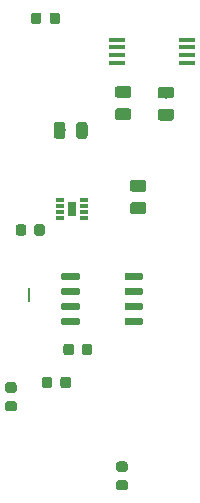
<source format=gbr>
G04 #@! TF.GenerationSoftware,KiCad,Pcbnew,(5.0.1)-rc2*
G04 #@! TF.CreationDate,2019-03-09T00:38:12-07:00*
G04 #@! TF.ProjectId,weatherStation,7765617468657253746174696F6E2E6B,rev?*
G04 #@! TF.SameCoordinates,Original*
G04 #@! TF.FileFunction,Paste,Bot*
G04 #@! TF.FilePolarity,Positive*
%FSLAX46Y46*%
G04 Gerber Fmt 4.6, Leading zero omitted, Abs format (unit mm)*
G04 Created by KiCad (PCBNEW (5.0.1)-rc2) date 3/9/2019 12:38:12 AM*
%MOMM*%
%LPD*%
G01*
G04 APERTURE LIST*
%ADD10C,0.100000*%
%ADD11C,0.975000*%
%ADD12C,0.875000*%
%ADD13R,1.450000X0.450000*%
%ADD14C,0.600000*%
%ADD15R,0.700000X0.300000*%
%ADD16R,0.800000X1.200000*%
%ADD17C,0.200000*%
%ADD18R,0.200000X0.800000*%
G04 APERTURE END LIST*
D10*
G04 #@! TO.C,C1*
G36*
X111630542Y-68809474D02*
X111654203Y-68812984D01*
X111677407Y-68818796D01*
X111699929Y-68826854D01*
X111721553Y-68837082D01*
X111742070Y-68849379D01*
X111761283Y-68863629D01*
X111779007Y-68879693D01*
X111795071Y-68897417D01*
X111809321Y-68916630D01*
X111821618Y-68937147D01*
X111831846Y-68958771D01*
X111839904Y-68981293D01*
X111845716Y-69004497D01*
X111849226Y-69028158D01*
X111850400Y-69052050D01*
X111850400Y-69539550D01*
X111849226Y-69563442D01*
X111845716Y-69587103D01*
X111839904Y-69610307D01*
X111831846Y-69632829D01*
X111821618Y-69654453D01*
X111809321Y-69674970D01*
X111795071Y-69694183D01*
X111779007Y-69711907D01*
X111761283Y-69727971D01*
X111742070Y-69742221D01*
X111721553Y-69754518D01*
X111699929Y-69764746D01*
X111677407Y-69772804D01*
X111654203Y-69778616D01*
X111630542Y-69782126D01*
X111606650Y-69783300D01*
X110694150Y-69783300D01*
X110670258Y-69782126D01*
X110646597Y-69778616D01*
X110623393Y-69772804D01*
X110600871Y-69764746D01*
X110579247Y-69754518D01*
X110558730Y-69742221D01*
X110539517Y-69727971D01*
X110521793Y-69711907D01*
X110505729Y-69694183D01*
X110491479Y-69674970D01*
X110479182Y-69654453D01*
X110468954Y-69632829D01*
X110460896Y-69610307D01*
X110455084Y-69587103D01*
X110451574Y-69563442D01*
X110450400Y-69539550D01*
X110450400Y-69052050D01*
X110451574Y-69028158D01*
X110455084Y-69004497D01*
X110460896Y-68981293D01*
X110468954Y-68958771D01*
X110479182Y-68937147D01*
X110491479Y-68916630D01*
X110505729Y-68897417D01*
X110521793Y-68879693D01*
X110539517Y-68863629D01*
X110558730Y-68849379D01*
X110579247Y-68837082D01*
X110600871Y-68826854D01*
X110623393Y-68818796D01*
X110646597Y-68812984D01*
X110670258Y-68809474D01*
X110694150Y-68808300D01*
X111606650Y-68808300D01*
X111630542Y-68809474D01*
X111630542Y-68809474D01*
G37*
D11*
X111150400Y-69295800D03*
D10*
G36*
X111630542Y-70684474D02*
X111654203Y-70687984D01*
X111677407Y-70693796D01*
X111699929Y-70701854D01*
X111721553Y-70712082D01*
X111742070Y-70724379D01*
X111761283Y-70738629D01*
X111779007Y-70754693D01*
X111795071Y-70772417D01*
X111809321Y-70791630D01*
X111821618Y-70812147D01*
X111831846Y-70833771D01*
X111839904Y-70856293D01*
X111845716Y-70879497D01*
X111849226Y-70903158D01*
X111850400Y-70927050D01*
X111850400Y-71414550D01*
X111849226Y-71438442D01*
X111845716Y-71462103D01*
X111839904Y-71485307D01*
X111831846Y-71507829D01*
X111821618Y-71529453D01*
X111809321Y-71549970D01*
X111795071Y-71569183D01*
X111779007Y-71586907D01*
X111761283Y-71602971D01*
X111742070Y-71617221D01*
X111721553Y-71629518D01*
X111699929Y-71639746D01*
X111677407Y-71647804D01*
X111654203Y-71653616D01*
X111630542Y-71657126D01*
X111606650Y-71658300D01*
X110694150Y-71658300D01*
X110670258Y-71657126D01*
X110646597Y-71653616D01*
X110623393Y-71647804D01*
X110600871Y-71639746D01*
X110579247Y-71629518D01*
X110558730Y-71617221D01*
X110539517Y-71602971D01*
X110521793Y-71586907D01*
X110505729Y-71569183D01*
X110491479Y-71549970D01*
X110479182Y-71529453D01*
X110468954Y-71507829D01*
X110460896Y-71485307D01*
X110455084Y-71462103D01*
X110451574Y-71438442D01*
X110450400Y-71414550D01*
X110450400Y-70927050D01*
X110451574Y-70903158D01*
X110455084Y-70879497D01*
X110460896Y-70856293D01*
X110468954Y-70833771D01*
X110479182Y-70812147D01*
X110491479Y-70791630D01*
X110505729Y-70772417D01*
X110521793Y-70754693D01*
X110539517Y-70738629D01*
X110558730Y-70724379D01*
X110579247Y-70712082D01*
X110600871Y-70701854D01*
X110623393Y-70693796D01*
X110646597Y-70687984D01*
X110670258Y-70684474D01*
X110694150Y-70683300D01*
X111606650Y-70683300D01*
X111630542Y-70684474D01*
X111630542Y-70684474D01*
G37*
D11*
X111150400Y-71170800D03*
G04 #@! TD*
D10*
G04 #@! TO.C,C9*
G36*
X102431042Y-71792774D02*
X102454703Y-71796284D01*
X102477907Y-71802096D01*
X102500429Y-71810154D01*
X102522053Y-71820382D01*
X102542570Y-71832679D01*
X102561783Y-71846929D01*
X102579507Y-71862993D01*
X102595571Y-71880717D01*
X102609821Y-71899930D01*
X102622118Y-71920447D01*
X102632346Y-71942071D01*
X102640404Y-71964593D01*
X102646216Y-71987797D01*
X102649726Y-72011458D01*
X102650900Y-72035350D01*
X102650900Y-72947850D01*
X102649726Y-72971742D01*
X102646216Y-72995403D01*
X102640404Y-73018607D01*
X102632346Y-73041129D01*
X102622118Y-73062753D01*
X102609821Y-73083270D01*
X102595571Y-73102483D01*
X102579507Y-73120207D01*
X102561783Y-73136271D01*
X102542570Y-73150521D01*
X102522053Y-73162818D01*
X102500429Y-73173046D01*
X102477907Y-73181104D01*
X102454703Y-73186916D01*
X102431042Y-73190426D01*
X102407150Y-73191600D01*
X101919650Y-73191600D01*
X101895758Y-73190426D01*
X101872097Y-73186916D01*
X101848893Y-73181104D01*
X101826371Y-73173046D01*
X101804747Y-73162818D01*
X101784230Y-73150521D01*
X101765017Y-73136271D01*
X101747293Y-73120207D01*
X101731229Y-73102483D01*
X101716979Y-73083270D01*
X101704682Y-73062753D01*
X101694454Y-73041129D01*
X101686396Y-73018607D01*
X101680584Y-72995403D01*
X101677074Y-72971742D01*
X101675900Y-72947850D01*
X101675900Y-72035350D01*
X101677074Y-72011458D01*
X101680584Y-71987797D01*
X101686396Y-71964593D01*
X101694454Y-71942071D01*
X101704682Y-71920447D01*
X101716979Y-71899930D01*
X101731229Y-71880717D01*
X101747293Y-71862993D01*
X101765017Y-71846929D01*
X101784230Y-71832679D01*
X101804747Y-71820382D01*
X101826371Y-71810154D01*
X101848893Y-71802096D01*
X101872097Y-71796284D01*
X101895758Y-71792774D01*
X101919650Y-71791600D01*
X102407150Y-71791600D01*
X102431042Y-71792774D01*
X102431042Y-71792774D01*
G37*
D11*
X102163400Y-72491600D03*
D10*
G36*
X104306042Y-71792774D02*
X104329703Y-71796284D01*
X104352907Y-71802096D01*
X104375429Y-71810154D01*
X104397053Y-71820382D01*
X104417570Y-71832679D01*
X104436783Y-71846929D01*
X104454507Y-71862993D01*
X104470571Y-71880717D01*
X104484821Y-71899930D01*
X104497118Y-71920447D01*
X104507346Y-71942071D01*
X104515404Y-71964593D01*
X104521216Y-71987797D01*
X104524726Y-72011458D01*
X104525900Y-72035350D01*
X104525900Y-72947850D01*
X104524726Y-72971742D01*
X104521216Y-72995403D01*
X104515404Y-73018607D01*
X104507346Y-73041129D01*
X104497118Y-73062753D01*
X104484821Y-73083270D01*
X104470571Y-73102483D01*
X104454507Y-73120207D01*
X104436783Y-73136271D01*
X104417570Y-73150521D01*
X104397053Y-73162818D01*
X104375429Y-73173046D01*
X104352907Y-73181104D01*
X104329703Y-73186916D01*
X104306042Y-73190426D01*
X104282150Y-73191600D01*
X103794650Y-73191600D01*
X103770758Y-73190426D01*
X103747097Y-73186916D01*
X103723893Y-73181104D01*
X103701371Y-73173046D01*
X103679747Y-73162818D01*
X103659230Y-73150521D01*
X103640017Y-73136271D01*
X103622293Y-73120207D01*
X103606229Y-73102483D01*
X103591979Y-73083270D01*
X103579682Y-73062753D01*
X103569454Y-73041129D01*
X103561396Y-73018607D01*
X103555584Y-72995403D01*
X103552074Y-72971742D01*
X103550900Y-72947850D01*
X103550900Y-72035350D01*
X103552074Y-72011458D01*
X103555584Y-71987797D01*
X103561396Y-71964593D01*
X103569454Y-71942071D01*
X103579682Y-71920447D01*
X103591979Y-71899930D01*
X103606229Y-71880717D01*
X103622293Y-71862993D01*
X103640017Y-71846929D01*
X103659230Y-71832679D01*
X103679747Y-71820382D01*
X103701371Y-71810154D01*
X103723893Y-71802096D01*
X103747097Y-71796284D01*
X103770758Y-71792774D01*
X103794650Y-71791600D01*
X104282150Y-71791600D01*
X104306042Y-71792774D01*
X104306042Y-71792774D01*
G37*
D11*
X104038400Y-72491600D03*
G04 #@! TD*
D10*
G04 #@! TO.C,C16*
G36*
X109293742Y-76706574D02*
X109317403Y-76710084D01*
X109340607Y-76715896D01*
X109363129Y-76723954D01*
X109384753Y-76734182D01*
X109405270Y-76746479D01*
X109424483Y-76760729D01*
X109442207Y-76776793D01*
X109458271Y-76794517D01*
X109472521Y-76813730D01*
X109484818Y-76834247D01*
X109495046Y-76855871D01*
X109503104Y-76878393D01*
X109508916Y-76901597D01*
X109512426Y-76925258D01*
X109513600Y-76949150D01*
X109513600Y-77436650D01*
X109512426Y-77460542D01*
X109508916Y-77484203D01*
X109503104Y-77507407D01*
X109495046Y-77529929D01*
X109484818Y-77551553D01*
X109472521Y-77572070D01*
X109458271Y-77591283D01*
X109442207Y-77609007D01*
X109424483Y-77625071D01*
X109405270Y-77639321D01*
X109384753Y-77651618D01*
X109363129Y-77661846D01*
X109340607Y-77669904D01*
X109317403Y-77675716D01*
X109293742Y-77679226D01*
X109269850Y-77680400D01*
X108357350Y-77680400D01*
X108333458Y-77679226D01*
X108309797Y-77675716D01*
X108286593Y-77669904D01*
X108264071Y-77661846D01*
X108242447Y-77651618D01*
X108221930Y-77639321D01*
X108202717Y-77625071D01*
X108184993Y-77609007D01*
X108168929Y-77591283D01*
X108154679Y-77572070D01*
X108142382Y-77551553D01*
X108132154Y-77529929D01*
X108124096Y-77507407D01*
X108118284Y-77484203D01*
X108114774Y-77460542D01*
X108113600Y-77436650D01*
X108113600Y-76949150D01*
X108114774Y-76925258D01*
X108118284Y-76901597D01*
X108124096Y-76878393D01*
X108132154Y-76855871D01*
X108142382Y-76834247D01*
X108154679Y-76813730D01*
X108168929Y-76794517D01*
X108184993Y-76776793D01*
X108202717Y-76760729D01*
X108221930Y-76746479D01*
X108242447Y-76734182D01*
X108264071Y-76723954D01*
X108286593Y-76715896D01*
X108309797Y-76710084D01*
X108333458Y-76706574D01*
X108357350Y-76705400D01*
X109269850Y-76705400D01*
X109293742Y-76706574D01*
X109293742Y-76706574D01*
G37*
D11*
X108813600Y-77192900D03*
D10*
G36*
X109293742Y-78581574D02*
X109317403Y-78585084D01*
X109340607Y-78590896D01*
X109363129Y-78598954D01*
X109384753Y-78609182D01*
X109405270Y-78621479D01*
X109424483Y-78635729D01*
X109442207Y-78651793D01*
X109458271Y-78669517D01*
X109472521Y-78688730D01*
X109484818Y-78709247D01*
X109495046Y-78730871D01*
X109503104Y-78753393D01*
X109508916Y-78776597D01*
X109512426Y-78800258D01*
X109513600Y-78824150D01*
X109513600Y-79311650D01*
X109512426Y-79335542D01*
X109508916Y-79359203D01*
X109503104Y-79382407D01*
X109495046Y-79404929D01*
X109484818Y-79426553D01*
X109472521Y-79447070D01*
X109458271Y-79466283D01*
X109442207Y-79484007D01*
X109424483Y-79500071D01*
X109405270Y-79514321D01*
X109384753Y-79526618D01*
X109363129Y-79536846D01*
X109340607Y-79544904D01*
X109317403Y-79550716D01*
X109293742Y-79554226D01*
X109269850Y-79555400D01*
X108357350Y-79555400D01*
X108333458Y-79554226D01*
X108309797Y-79550716D01*
X108286593Y-79544904D01*
X108264071Y-79536846D01*
X108242447Y-79526618D01*
X108221930Y-79514321D01*
X108202717Y-79500071D01*
X108184993Y-79484007D01*
X108168929Y-79466283D01*
X108154679Y-79447070D01*
X108142382Y-79426553D01*
X108132154Y-79404929D01*
X108124096Y-79382407D01*
X108118284Y-79359203D01*
X108114774Y-79335542D01*
X108113600Y-79311650D01*
X108113600Y-78824150D01*
X108114774Y-78800258D01*
X108118284Y-78776597D01*
X108124096Y-78753393D01*
X108132154Y-78730871D01*
X108142382Y-78709247D01*
X108154679Y-78688730D01*
X108168929Y-78669517D01*
X108184993Y-78651793D01*
X108202717Y-78635729D01*
X108221930Y-78621479D01*
X108242447Y-78609182D01*
X108264071Y-78598954D01*
X108286593Y-78590896D01*
X108309797Y-78585084D01*
X108333458Y-78581574D01*
X108357350Y-78580400D01*
X109269850Y-78580400D01*
X109293742Y-78581574D01*
X109293742Y-78581574D01*
G37*
D11*
X108813600Y-79067900D03*
G04 #@! TD*
D10*
G04 #@! TO.C,C18*
G36*
X108023742Y-70629074D02*
X108047403Y-70632584D01*
X108070607Y-70638396D01*
X108093129Y-70646454D01*
X108114753Y-70656682D01*
X108135270Y-70668979D01*
X108154483Y-70683229D01*
X108172207Y-70699293D01*
X108188271Y-70717017D01*
X108202521Y-70736230D01*
X108214818Y-70756747D01*
X108225046Y-70778371D01*
X108233104Y-70800893D01*
X108238916Y-70824097D01*
X108242426Y-70847758D01*
X108243600Y-70871650D01*
X108243600Y-71359150D01*
X108242426Y-71383042D01*
X108238916Y-71406703D01*
X108233104Y-71429907D01*
X108225046Y-71452429D01*
X108214818Y-71474053D01*
X108202521Y-71494570D01*
X108188271Y-71513783D01*
X108172207Y-71531507D01*
X108154483Y-71547571D01*
X108135270Y-71561821D01*
X108114753Y-71574118D01*
X108093129Y-71584346D01*
X108070607Y-71592404D01*
X108047403Y-71598216D01*
X108023742Y-71601726D01*
X107999850Y-71602900D01*
X107087350Y-71602900D01*
X107063458Y-71601726D01*
X107039797Y-71598216D01*
X107016593Y-71592404D01*
X106994071Y-71584346D01*
X106972447Y-71574118D01*
X106951930Y-71561821D01*
X106932717Y-71547571D01*
X106914993Y-71531507D01*
X106898929Y-71513783D01*
X106884679Y-71494570D01*
X106872382Y-71474053D01*
X106862154Y-71452429D01*
X106854096Y-71429907D01*
X106848284Y-71406703D01*
X106844774Y-71383042D01*
X106843600Y-71359150D01*
X106843600Y-70871650D01*
X106844774Y-70847758D01*
X106848284Y-70824097D01*
X106854096Y-70800893D01*
X106862154Y-70778371D01*
X106872382Y-70756747D01*
X106884679Y-70736230D01*
X106898929Y-70717017D01*
X106914993Y-70699293D01*
X106932717Y-70683229D01*
X106951930Y-70668979D01*
X106972447Y-70656682D01*
X106994071Y-70646454D01*
X107016593Y-70638396D01*
X107039797Y-70632584D01*
X107063458Y-70629074D01*
X107087350Y-70627900D01*
X107999850Y-70627900D01*
X108023742Y-70629074D01*
X108023742Y-70629074D01*
G37*
D11*
X107543600Y-71115400D03*
D10*
G36*
X108023742Y-68754074D02*
X108047403Y-68757584D01*
X108070607Y-68763396D01*
X108093129Y-68771454D01*
X108114753Y-68781682D01*
X108135270Y-68793979D01*
X108154483Y-68808229D01*
X108172207Y-68824293D01*
X108188271Y-68842017D01*
X108202521Y-68861230D01*
X108214818Y-68881747D01*
X108225046Y-68903371D01*
X108233104Y-68925893D01*
X108238916Y-68949097D01*
X108242426Y-68972758D01*
X108243600Y-68996650D01*
X108243600Y-69484150D01*
X108242426Y-69508042D01*
X108238916Y-69531703D01*
X108233104Y-69554907D01*
X108225046Y-69577429D01*
X108214818Y-69599053D01*
X108202521Y-69619570D01*
X108188271Y-69638783D01*
X108172207Y-69656507D01*
X108154483Y-69672571D01*
X108135270Y-69686821D01*
X108114753Y-69699118D01*
X108093129Y-69709346D01*
X108070607Y-69717404D01*
X108047403Y-69723216D01*
X108023742Y-69726726D01*
X107999850Y-69727900D01*
X107087350Y-69727900D01*
X107063458Y-69726726D01*
X107039797Y-69723216D01*
X107016593Y-69717404D01*
X106994071Y-69709346D01*
X106972447Y-69699118D01*
X106951930Y-69686821D01*
X106932717Y-69672571D01*
X106914993Y-69656507D01*
X106898929Y-69638783D01*
X106884679Y-69619570D01*
X106872382Y-69599053D01*
X106862154Y-69577429D01*
X106854096Y-69554907D01*
X106848284Y-69531703D01*
X106844774Y-69508042D01*
X106843600Y-69484150D01*
X106843600Y-68996650D01*
X106844774Y-68972758D01*
X106848284Y-68949097D01*
X106854096Y-68925893D01*
X106862154Y-68903371D01*
X106872382Y-68881747D01*
X106884679Y-68861230D01*
X106898929Y-68842017D01*
X106914993Y-68824293D01*
X106932717Y-68808229D01*
X106951930Y-68793979D01*
X106972447Y-68781682D01*
X106994071Y-68771454D01*
X107016593Y-68763396D01*
X107039797Y-68757584D01*
X107063458Y-68754074D01*
X107087350Y-68752900D01*
X107999850Y-68752900D01*
X108023742Y-68754074D01*
X108023742Y-68754074D01*
G37*
D11*
X107543600Y-69240400D03*
G04 #@! TD*
D10*
G04 #@! TO.C,R7*
G36*
X99122291Y-80450453D02*
X99143526Y-80453603D01*
X99164350Y-80458819D01*
X99184562Y-80466051D01*
X99203968Y-80475230D01*
X99222381Y-80486266D01*
X99239624Y-80499054D01*
X99255530Y-80513470D01*
X99269946Y-80529376D01*
X99282734Y-80546619D01*
X99293770Y-80565032D01*
X99302949Y-80584438D01*
X99310181Y-80604650D01*
X99315397Y-80625474D01*
X99318547Y-80646709D01*
X99319600Y-80668150D01*
X99319600Y-81180650D01*
X99318547Y-81202091D01*
X99315397Y-81223326D01*
X99310181Y-81244150D01*
X99302949Y-81264362D01*
X99293770Y-81283768D01*
X99282734Y-81302181D01*
X99269946Y-81319424D01*
X99255530Y-81335330D01*
X99239624Y-81349746D01*
X99222381Y-81362534D01*
X99203968Y-81373570D01*
X99184562Y-81382749D01*
X99164350Y-81389981D01*
X99143526Y-81395197D01*
X99122291Y-81398347D01*
X99100850Y-81399400D01*
X98663350Y-81399400D01*
X98641909Y-81398347D01*
X98620674Y-81395197D01*
X98599850Y-81389981D01*
X98579638Y-81382749D01*
X98560232Y-81373570D01*
X98541819Y-81362534D01*
X98524576Y-81349746D01*
X98508670Y-81335330D01*
X98494254Y-81319424D01*
X98481466Y-81302181D01*
X98470430Y-81283768D01*
X98461251Y-81264362D01*
X98454019Y-81244150D01*
X98448803Y-81223326D01*
X98445653Y-81202091D01*
X98444600Y-81180650D01*
X98444600Y-80668150D01*
X98445653Y-80646709D01*
X98448803Y-80625474D01*
X98454019Y-80604650D01*
X98461251Y-80584438D01*
X98470430Y-80565032D01*
X98481466Y-80546619D01*
X98494254Y-80529376D01*
X98508670Y-80513470D01*
X98524576Y-80499054D01*
X98541819Y-80486266D01*
X98560232Y-80475230D01*
X98579638Y-80466051D01*
X98599850Y-80458819D01*
X98620674Y-80453603D01*
X98641909Y-80450453D01*
X98663350Y-80449400D01*
X99100850Y-80449400D01*
X99122291Y-80450453D01*
X99122291Y-80450453D01*
G37*
D12*
X98882100Y-80924400D03*
D10*
G36*
X100697291Y-80450453D02*
X100718526Y-80453603D01*
X100739350Y-80458819D01*
X100759562Y-80466051D01*
X100778968Y-80475230D01*
X100797381Y-80486266D01*
X100814624Y-80499054D01*
X100830530Y-80513470D01*
X100844946Y-80529376D01*
X100857734Y-80546619D01*
X100868770Y-80565032D01*
X100877949Y-80584438D01*
X100885181Y-80604650D01*
X100890397Y-80625474D01*
X100893547Y-80646709D01*
X100894600Y-80668150D01*
X100894600Y-81180650D01*
X100893547Y-81202091D01*
X100890397Y-81223326D01*
X100885181Y-81244150D01*
X100877949Y-81264362D01*
X100868770Y-81283768D01*
X100857734Y-81302181D01*
X100844946Y-81319424D01*
X100830530Y-81335330D01*
X100814624Y-81349746D01*
X100797381Y-81362534D01*
X100778968Y-81373570D01*
X100759562Y-81382749D01*
X100739350Y-81389981D01*
X100718526Y-81395197D01*
X100697291Y-81398347D01*
X100675850Y-81399400D01*
X100238350Y-81399400D01*
X100216909Y-81398347D01*
X100195674Y-81395197D01*
X100174850Y-81389981D01*
X100154638Y-81382749D01*
X100135232Y-81373570D01*
X100116819Y-81362534D01*
X100099576Y-81349746D01*
X100083670Y-81335330D01*
X100069254Y-81319424D01*
X100056466Y-81302181D01*
X100045430Y-81283768D01*
X100036251Y-81264362D01*
X100029019Y-81244150D01*
X100023803Y-81223326D01*
X100020653Y-81202091D01*
X100019600Y-81180650D01*
X100019600Y-80668150D01*
X100020653Y-80646709D01*
X100023803Y-80625474D01*
X100029019Y-80604650D01*
X100036251Y-80584438D01*
X100045430Y-80565032D01*
X100056466Y-80546619D01*
X100069254Y-80529376D01*
X100083670Y-80513470D01*
X100099576Y-80499054D01*
X100116819Y-80486266D01*
X100135232Y-80475230D01*
X100154638Y-80466051D01*
X100174850Y-80458819D01*
X100195674Y-80453603D01*
X100216909Y-80450453D01*
X100238350Y-80449400D01*
X100675850Y-80449400D01*
X100697291Y-80450453D01*
X100697291Y-80450453D01*
G37*
D12*
X100457100Y-80924400D03*
G04 #@! TD*
D10*
G04 #@! TO.C,R13*
G36*
X100417691Y-62518053D02*
X100438926Y-62521203D01*
X100459750Y-62526419D01*
X100479962Y-62533651D01*
X100499368Y-62542830D01*
X100517781Y-62553866D01*
X100535024Y-62566654D01*
X100550930Y-62581070D01*
X100565346Y-62596976D01*
X100578134Y-62614219D01*
X100589170Y-62632632D01*
X100598349Y-62652038D01*
X100605581Y-62672250D01*
X100610797Y-62693074D01*
X100613947Y-62714309D01*
X100615000Y-62735750D01*
X100615000Y-63248250D01*
X100613947Y-63269691D01*
X100610797Y-63290926D01*
X100605581Y-63311750D01*
X100598349Y-63331962D01*
X100589170Y-63351368D01*
X100578134Y-63369781D01*
X100565346Y-63387024D01*
X100550930Y-63402930D01*
X100535024Y-63417346D01*
X100517781Y-63430134D01*
X100499368Y-63441170D01*
X100479962Y-63450349D01*
X100459750Y-63457581D01*
X100438926Y-63462797D01*
X100417691Y-63465947D01*
X100396250Y-63467000D01*
X99958750Y-63467000D01*
X99937309Y-63465947D01*
X99916074Y-63462797D01*
X99895250Y-63457581D01*
X99875038Y-63450349D01*
X99855632Y-63441170D01*
X99837219Y-63430134D01*
X99819976Y-63417346D01*
X99804070Y-63402930D01*
X99789654Y-63387024D01*
X99776866Y-63369781D01*
X99765830Y-63351368D01*
X99756651Y-63331962D01*
X99749419Y-63311750D01*
X99744203Y-63290926D01*
X99741053Y-63269691D01*
X99740000Y-63248250D01*
X99740000Y-62735750D01*
X99741053Y-62714309D01*
X99744203Y-62693074D01*
X99749419Y-62672250D01*
X99756651Y-62652038D01*
X99765830Y-62632632D01*
X99776866Y-62614219D01*
X99789654Y-62596976D01*
X99804070Y-62581070D01*
X99819976Y-62566654D01*
X99837219Y-62553866D01*
X99855632Y-62542830D01*
X99875038Y-62533651D01*
X99895250Y-62526419D01*
X99916074Y-62521203D01*
X99937309Y-62518053D01*
X99958750Y-62517000D01*
X100396250Y-62517000D01*
X100417691Y-62518053D01*
X100417691Y-62518053D01*
G37*
D12*
X100177500Y-62992000D03*
D10*
G36*
X101992691Y-62518053D02*
X102013926Y-62521203D01*
X102034750Y-62526419D01*
X102054962Y-62533651D01*
X102074368Y-62542830D01*
X102092781Y-62553866D01*
X102110024Y-62566654D01*
X102125930Y-62581070D01*
X102140346Y-62596976D01*
X102153134Y-62614219D01*
X102164170Y-62632632D01*
X102173349Y-62652038D01*
X102180581Y-62672250D01*
X102185797Y-62693074D01*
X102188947Y-62714309D01*
X102190000Y-62735750D01*
X102190000Y-63248250D01*
X102188947Y-63269691D01*
X102185797Y-63290926D01*
X102180581Y-63311750D01*
X102173349Y-63331962D01*
X102164170Y-63351368D01*
X102153134Y-63369781D01*
X102140346Y-63387024D01*
X102125930Y-63402930D01*
X102110024Y-63417346D01*
X102092781Y-63430134D01*
X102074368Y-63441170D01*
X102054962Y-63450349D01*
X102034750Y-63457581D01*
X102013926Y-63462797D01*
X101992691Y-63465947D01*
X101971250Y-63467000D01*
X101533750Y-63467000D01*
X101512309Y-63465947D01*
X101491074Y-63462797D01*
X101470250Y-63457581D01*
X101450038Y-63450349D01*
X101430632Y-63441170D01*
X101412219Y-63430134D01*
X101394976Y-63417346D01*
X101379070Y-63402930D01*
X101364654Y-63387024D01*
X101351866Y-63369781D01*
X101340830Y-63351368D01*
X101331651Y-63331962D01*
X101324419Y-63311750D01*
X101319203Y-63290926D01*
X101316053Y-63269691D01*
X101315000Y-63248250D01*
X101315000Y-62735750D01*
X101316053Y-62714309D01*
X101319203Y-62693074D01*
X101324419Y-62672250D01*
X101331651Y-62652038D01*
X101340830Y-62632632D01*
X101351866Y-62614219D01*
X101364654Y-62596976D01*
X101379070Y-62581070D01*
X101394976Y-62566654D01*
X101412219Y-62553866D01*
X101430632Y-62542830D01*
X101450038Y-62533651D01*
X101470250Y-62526419D01*
X101491074Y-62521203D01*
X101512309Y-62518053D01*
X101533750Y-62517000D01*
X101971250Y-62517000D01*
X101992691Y-62518053D01*
X101992691Y-62518053D01*
G37*
D12*
X101752500Y-62992000D03*
G04 #@! TD*
D10*
G04 #@! TO.C,R14*
G36*
X103160791Y-90559653D02*
X103182026Y-90562803D01*
X103202850Y-90568019D01*
X103223062Y-90575251D01*
X103242468Y-90584430D01*
X103260881Y-90595466D01*
X103278124Y-90608254D01*
X103294030Y-90622670D01*
X103308446Y-90638576D01*
X103321234Y-90655819D01*
X103332270Y-90674232D01*
X103341449Y-90693638D01*
X103348681Y-90713850D01*
X103353897Y-90734674D01*
X103357047Y-90755909D01*
X103358100Y-90777350D01*
X103358100Y-91289850D01*
X103357047Y-91311291D01*
X103353897Y-91332526D01*
X103348681Y-91353350D01*
X103341449Y-91373562D01*
X103332270Y-91392968D01*
X103321234Y-91411381D01*
X103308446Y-91428624D01*
X103294030Y-91444530D01*
X103278124Y-91458946D01*
X103260881Y-91471734D01*
X103242468Y-91482770D01*
X103223062Y-91491949D01*
X103202850Y-91499181D01*
X103182026Y-91504397D01*
X103160791Y-91507547D01*
X103139350Y-91508600D01*
X102701850Y-91508600D01*
X102680409Y-91507547D01*
X102659174Y-91504397D01*
X102638350Y-91499181D01*
X102618138Y-91491949D01*
X102598732Y-91482770D01*
X102580319Y-91471734D01*
X102563076Y-91458946D01*
X102547170Y-91444530D01*
X102532754Y-91428624D01*
X102519966Y-91411381D01*
X102508930Y-91392968D01*
X102499751Y-91373562D01*
X102492519Y-91353350D01*
X102487303Y-91332526D01*
X102484153Y-91311291D01*
X102483100Y-91289850D01*
X102483100Y-90777350D01*
X102484153Y-90755909D01*
X102487303Y-90734674D01*
X102492519Y-90713850D01*
X102499751Y-90693638D01*
X102508930Y-90674232D01*
X102519966Y-90655819D01*
X102532754Y-90638576D01*
X102547170Y-90622670D01*
X102563076Y-90608254D01*
X102580319Y-90595466D01*
X102598732Y-90584430D01*
X102618138Y-90575251D01*
X102638350Y-90568019D01*
X102659174Y-90562803D01*
X102680409Y-90559653D01*
X102701850Y-90558600D01*
X103139350Y-90558600D01*
X103160791Y-90559653D01*
X103160791Y-90559653D01*
G37*
D12*
X102920600Y-91033600D03*
D10*
G36*
X104735791Y-90559653D02*
X104757026Y-90562803D01*
X104777850Y-90568019D01*
X104798062Y-90575251D01*
X104817468Y-90584430D01*
X104835881Y-90595466D01*
X104853124Y-90608254D01*
X104869030Y-90622670D01*
X104883446Y-90638576D01*
X104896234Y-90655819D01*
X104907270Y-90674232D01*
X104916449Y-90693638D01*
X104923681Y-90713850D01*
X104928897Y-90734674D01*
X104932047Y-90755909D01*
X104933100Y-90777350D01*
X104933100Y-91289850D01*
X104932047Y-91311291D01*
X104928897Y-91332526D01*
X104923681Y-91353350D01*
X104916449Y-91373562D01*
X104907270Y-91392968D01*
X104896234Y-91411381D01*
X104883446Y-91428624D01*
X104869030Y-91444530D01*
X104853124Y-91458946D01*
X104835881Y-91471734D01*
X104817468Y-91482770D01*
X104798062Y-91491949D01*
X104777850Y-91499181D01*
X104757026Y-91504397D01*
X104735791Y-91507547D01*
X104714350Y-91508600D01*
X104276850Y-91508600D01*
X104255409Y-91507547D01*
X104234174Y-91504397D01*
X104213350Y-91499181D01*
X104193138Y-91491949D01*
X104173732Y-91482770D01*
X104155319Y-91471734D01*
X104138076Y-91458946D01*
X104122170Y-91444530D01*
X104107754Y-91428624D01*
X104094966Y-91411381D01*
X104083930Y-91392968D01*
X104074751Y-91373562D01*
X104067519Y-91353350D01*
X104062303Y-91332526D01*
X104059153Y-91311291D01*
X104058100Y-91289850D01*
X104058100Y-90777350D01*
X104059153Y-90755909D01*
X104062303Y-90734674D01*
X104067519Y-90713850D01*
X104074751Y-90693638D01*
X104083930Y-90674232D01*
X104094966Y-90655819D01*
X104107754Y-90638576D01*
X104122170Y-90622670D01*
X104138076Y-90608254D01*
X104155319Y-90595466D01*
X104173732Y-90584430D01*
X104193138Y-90575251D01*
X104213350Y-90568019D01*
X104234174Y-90562803D01*
X104255409Y-90559653D01*
X104276850Y-90558600D01*
X104714350Y-90558600D01*
X104735791Y-90559653D01*
X104735791Y-90559653D01*
G37*
D12*
X104495600Y-91033600D03*
G04 #@! TD*
D10*
G04 #@! TO.C,R15*
G36*
X102906991Y-93353653D02*
X102928226Y-93356803D01*
X102949050Y-93362019D01*
X102969262Y-93369251D01*
X102988668Y-93378430D01*
X103007081Y-93389466D01*
X103024324Y-93402254D01*
X103040230Y-93416670D01*
X103054646Y-93432576D01*
X103067434Y-93449819D01*
X103078470Y-93468232D01*
X103087649Y-93487638D01*
X103094881Y-93507850D01*
X103100097Y-93528674D01*
X103103247Y-93549909D01*
X103104300Y-93571350D01*
X103104300Y-94083850D01*
X103103247Y-94105291D01*
X103100097Y-94126526D01*
X103094881Y-94147350D01*
X103087649Y-94167562D01*
X103078470Y-94186968D01*
X103067434Y-94205381D01*
X103054646Y-94222624D01*
X103040230Y-94238530D01*
X103024324Y-94252946D01*
X103007081Y-94265734D01*
X102988668Y-94276770D01*
X102969262Y-94285949D01*
X102949050Y-94293181D01*
X102928226Y-94298397D01*
X102906991Y-94301547D01*
X102885550Y-94302600D01*
X102448050Y-94302600D01*
X102426609Y-94301547D01*
X102405374Y-94298397D01*
X102384550Y-94293181D01*
X102364338Y-94285949D01*
X102344932Y-94276770D01*
X102326519Y-94265734D01*
X102309276Y-94252946D01*
X102293370Y-94238530D01*
X102278954Y-94222624D01*
X102266166Y-94205381D01*
X102255130Y-94186968D01*
X102245951Y-94167562D01*
X102238719Y-94147350D01*
X102233503Y-94126526D01*
X102230353Y-94105291D01*
X102229300Y-94083850D01*
X102229300Y-93571350D01*
X102230353Y-93549909D01*
X102233503Y-93528674D01*
X102238719Y-93507850D01*
X102245951Y-93487638D01*
X102255130Y-93468232D01*
X102266166Y-93449819D01*
X102278954Y-93432576D01*
X102293370Y-93416670D01*
X102309276Y-93402254D01*
X102326519Y-93389466D01*
X102344932Y-93378430D01*
X102364338Y-93369251D01*
X102384550Y-93362019D01*
X102405374Y-93356803D01*
X102426609Y-93353653D01*
X102448050Y-93352600D01*
X102885550Y-93352600D01*
X102906991Y-93353653D01*
X102906991Y-93353653D01*
G37*
D12*
X102666800Y-93827600D03*
D10*
G36*
X101331991Y-93353653D02*
X101353226Y-93356803D01*
X101374050Y-93362019D01*
X101394262Y-93369251D01*
X101413668Y-93378430D01*
X101432081Y-93389466D01*
X101449324Y-93402254D01*
X101465230Y-93416670D01*
X101479646Y-93432576D01*
X101492434Y-93449819D01*
X101503470Y-93468232D01*
X101512649Y-93487638D01*
X101519881Y-93507850D01*
X101525097Y-93528674D01*
X101528247Y-93549909D01*
X101529300Y-93571350D01*
X101529300Y-94083850D01*
X101528247Y-94105291D01*
X101525097Y-94126526D01*
X101519881Y-94147350D01*
X101512649Y-94167562D01*
X101503470Y-94186968D01*
X101492434Y-94205381D01*
X101479646Y-94222624D01*
X101465230Y-94238530D01*
X101449324Y-94252946D01*
X101432081Y-94265734D01*
X101413668Y-94276770D01*
X101394262Y-94285949D01*
X101374050Y-94293181D01*
X101353226Y-94298397D01*
X101331991Y-94301547D01*
X101310550Y-94302600D01*
X100873050Y-94302600D01*
X100851609Y-94301547D01*
X100830374Y-94298397D01*
X100809550Y-94293181D01*
X100789338Y-94285949D01*
X100769932Y-94276770D01*
X100751519Y-94265734D01*
X100734276Y-94252946D01*
X100718370Y-94238530D01*
X100703954Y-94222624D01*
X100691166Y-94205381D01*
X100680130Y-94186968D01*
X100670951Y-94167562D01*
X100663719Y-94147350D01*
X100658503Y-94126526D01*
X100655353Y-94105291D01*
X100654300Y-94083850D01*
X100654300Y-93571350D01*
X100655353Y-93549909D01*
X100658503Y-93528674D01*
X100663719Y-93507850D01*
X100670951Y-93487638D01*
X100680130Y-93468232D01*
X100691166Y-93449819D01*
X100703954Y-93432576D01*
X100718370Y-93416670D01*
X100734276Y-93402254D01*
X100751519Y-93389466D01*
X100769932Y-93378430D01*
X100789338Y-93369251D01*
X100809550Y-93362019D01*
X100830374Y-93356803D01*
X100851609Y-93353653D01*
X100873050Y-93352600D01*
X101310550Y-93352600D01*
X101331991Y-93353653D01*
X101331991Y-93353653D01*
G37*
D12*
X101091800Y-93827600D03*
G04 #@! TD*
D10*
G04 #@! TO.C,R25*
G36*
X98321691Y-95410553D02*
X98342926Y-95413703D01*
X98363750Y-95418919D01*
X98383962Y-95426151D01*
X98403368Y-95435330D01*
X98421781Y-95446366D01*
X98439024Y-95459154D01*
X98454930Y-95473570D01*
X98469346Y-95489476D01*
X98482134Y-95506719D01*
X98493170Y-95525132D01*
X98502349Y-95544538D01*
X98509581Y-95564750D01*
X98514797Y-95585574D01*
X98517947Y-95606809D01*
X98519000Y-95628250D01*
X98519000Y-96065750D01*
X98517947Y-96087191D01*
X98514797Y-96108426D01*
X98509581Y-96129250D01*
X98502349Y-96149462D01*
X98493170Y-96168868D01*
X98482134Y-96187281D01*
X98469346Y-96204524D01*
X98454930Y-96220430D01*
X98439024Y-96234846D01*
X98421781Y-96247634D01*
X98403368Y-96258670D01*
X98383962Y-96267849D01*
X98363750Y-96275081D01*
X98342926Y-96280297D01*
X98321691Y-96283447D01*
X98300250Y-96284500D01*
X97787750Y-96284500D01*
X97766309Y-96283447D01*
X97745074Y-96280297D01*
X97724250Y-96275081D01*
X97704038Y-96267849D01*
X97684632Y-96258670D01*
X97666219Y-96247634D01*
X97648976Y-96234846D01*
X97633070Y-96220430D01*
X97618654Y-96204524D01*
X97605866Y-96187281D01*
X97594830Y-96168868D01*
X97585651Y-96149462D01*
X97578419Y-96129250D01*
X97573203Y-96108426D01*
X97570053Y-96087191D01*
X97569000Y-96065750D01*
X97569000Y-95628250D01*
X97570053Y-95606809D01*
X97573203Y-95585574D01*
X97578419Y-95564750D01*
X97585651Y-95544538D01*
X97594830Y-95525132D01*
X97605866Y-95506719D01*
X97618654Y-95489476D01*
X97633070Y-95473570D01*
X97648976Y-95459154D01*
X97666219Y-95446366D01*
X97684632Y-95435330D01*
X97704038Y-95426151D01*
X97724250Y-95418919D01*
X97745074Y-95413703D01*
X97766309Y-95410553D01*
X97787750Y-95409500D01*
X98300250Y-95409500D01*
X98321691Y-95410553D01*
X98321691Y-95410553D01*
G37*
D12*
X98044000Y-95847000D03*
D10*
G36*
X98321691Y-93835553D02*
X98342926Y-93838703D01*
X98363750Y-93843919D01*
X98383962Y-93851151D01*
X98403368Y-93860330D01*
X98421781Y-93871366D01*
X98439024Y-93884154D01*
X98454930Y-93898570D01*
X98469346Y-93914476D01*
X98482134Y-93931719D01*
X98493170Y-93950132D01*
X98502349Y-93969538D01*
X98509581Y-93989750D01*
X98514797Y-94010574D01*
X98517947Y-94031809D01*
X98519000Y-94053250D01*
X98519000Y-94490750D01*
X98517947Y-94512191D01*
X98514797Y-94533426D01*
X98509581Y-94554250D01*
X98502349Y-94574462D01*
X98493170Y-94593868D01*
X98482134Y-94612281D01*
X98469346Y-94629524D01*
X98454930Y-94645430D01*
X98439024Y-94659846D01*
X98421781Y-94672634D01*
X98403368Y-94683670D01*
X98383962Y-94692849D01*
X98363750Y-94700081D01*
X98342926Y-94705297D01*
X98321691Y-94708447D01*
X98300250Y-94709500D01*
X97787750Y-94709500D01*
X97766309Y-94708447D01*
X97745074Y-94705297D01*
X97724250Y-94700081D01*
X97704038Y-94692849D01*
X97684632Y-94683670D01*
X97666219Y-94672634D01*
X97648976Y-94659846D01*
X97633070Y-94645430D01*
X97618654Y-94629524D01*
X97605866Y-94612281D01*
X97594830Y-94593868D01*
X97585651Y-94574462D01*
X97578419Y-94554250D01*
X97573203Y-94533426D01*
X97570053Y-94512191D01*
X97569000Y-94490750D01*
X97569000Y-94053250D01*
X97570053Y-94031809D01*
X97573203Y-94010574D01*
X97578419Y-93989750D01*
X97585651Y-93969538D01*
X97594830Y-93950132D01*
X97605866Y-93931719D01*
X97618654Y-93914476D01*
X97633070Y-93898570D01*
X97648976Y-93884154D01*
X97666219Y-93871366D01*
X97684632Y-93860330D01*
X97704038Y-93851151D01*
X97724250Y-93843919D01*
X97745074Y-93838703D01*
X97766309Y-93835553D01*
X97787750Y-93834500D01*
X98300250Y-93834500D01*
X98321691Y-93835553D01*
X98321691Y-93835553D01*
G37*
D12*
X98044000Y-94272000D03*
G04 #@! TD*
D13*
G04 #@! TO.C,U4*
X107032000Y-66761000D03*
X107032000Y-66111000D03*
X107032000Y-65461000D03*
X107032000Y-64811000D03*
X112932000Y-64811000D03*
X112932000Y-65461000D03*
X112932000Y-66111000D03*
X112932000Y-66761000D03*
G04 #@! TD*
D10*
G04 #@! TO.C,U6*
G36*
X109080303Y-84562122D02*
X109094864Y-84564282D01*
X109109143Y-84567859D01*
X109123003Y-84572818D01*
X109136310Y-84579112D01*
X109148936Y-84586680D01*
X109160759Y-84595448D01*
X109171666Y-84605334D01*
X109181552Y-84616241D01*
X109190320Y-84628064D01*
X109197888Y-84640690D01*
X109204182Y-84653997D01*
X109209141Y-84667857D01*
X109212718Y-84682136D01*
X109214878Y-84696697D01*
X109215600Y-84711400D01*
X109215600Y-85011400D01*
X109214878Y-85026103D01*
X109212718Y-85040664D01*
X109209141Y-85054943D01*
X109204182Y-85068803D01*
X109197888Y-85082110D01*
X109190320Y-85094736D01*
X109181552Y-85106559D01*
X109171666Y-85117466D01*
X109160759Y-85127352D01*
X109148936Y-85136120D01*
X109136310Y-85143688D01*
X109123003Y-85149982D01*
X109109143Y-85154941D01*
X109094864Y-85158518D01*
X109080303Y-85160678D01*
X109065600Y-85161400D01*
X107815600Y-85161400D01*
X107800897Y-85160678D01*
X107786336Y-85158518D01*
X107772057Y-85154941D01*
X107758197Y-85149982D01*
X107744890Y-85143688D01*
X107732264Y-85136120D01*
X107720441Y-85127352D01*
X107709534Y-85117466D01*
X107699648Y-85106559D01*
X107690880Y-85094736D01*
X107683312Y-85082110D01*
X107677018Y-85068803D01*
X107672059Y-85054943D01*
X107668482Y-85040664D01*
X107666322Y-85026103D01*
X107665600Y-85011400D01*
X107665600Y-84711400D01*
X107666322Y-84696697D01*
X107668482Y-84682136D01*
X107672059Y-84667857D01*
X107677018Y-84653997D01*
X107683312Y-84640690D01*
X107690880Y-84628064D01*
X107699648Y-84616241D01*
X107709534Y-84605334D01*
X107720441Y-84595448D01*
X107732264Y-84586680D01*
X107744890Y-84579112D01*
X107758197Y-84572818D01*
X107772057Y-84567859D01*
X107786336Y-84564282D01*
X107800897Y-84562122D01*
X107815600Y-84561400D01*
X109065600Y-84561400D01*
X109080303Y-84562122D01*
X109080303Y-84562122D01*
G37*
D14*
X108440600Y-84861400D03*
D10*
G36*
X109080303Y-85832122D02*
X109094864Y-85834282D01*
X109109143Y-85837859D01*
X109123003Y-85842818D01*
X109136310Y-85849112D01*
X109148936Y-85856680D01*
X109160759Y-85865448D01*
X109171666Y-85875334D01*
X109181552Y-85886241D01*
X109190320Y-85898064D01*
X109197888Y-85910690D01*
X109204182Y-85923997D01*
X109209141Y-85937857D01*
X109212718Y-85952136D01*
X109214878Y-85966697D01*
X109215600Y-85981400D01*
X109215600Y-86281400D01*
X109214878Y-86296103D01*
X109212718Y-86310664D01*
X109209141Y-86324943D01*
X109204182Y-86338803D01*
X109197888Y-86352110D01*
X109190320Y-86364736D01*
X109181552Y-86376559D01*
X109171666Y-86387466D01*
X109160759Y-86397352D01*
X109148936Y-86406120D01*
X109136310Y-86413688D01*
X109123003Y-86419982D01*
X109109143Y-86424941D01*
X109094864Y-86428518D01*
X109080303Y-86430678D01*
X109065600Y-86431400D01*
X107815600Y-86431400D01*
X107800897Y-86430678D01*
X107786336Y-86428518D01*
X107772057Y-86424941D01*
X107758197Y-86419982D01*
X107744890Y-86413688D01*
X107732264Y-86406120D01*
X107720441Y-86397352D01*
X107709534Y-86387466D01*
X107699648Y-86376559D01*
X107690880Y-86364736D01*
X107683312Y-86352110D01*
X107677018Y-86338803D01*
X107672059Y-86324943D01*
X107668482Y-86310664D01*
X107666322Y-86296103D01*
X107665600Y-86281400D01*
X107665600Y-85981400D01*
X107666322Y-85966697D01*
X107668482Y-85952136D01*
X107672059Y-85937857D01*
X107677018Y-85923997D01*
X107683312Y-85910690D01*
X107690880Y-85898064D01*
X107699648Y-85886241D01*
X107709534Y-85875334D01*
X107720441Y-85865448D01*
X107732264Y-85856680D01*
X107744890Y-85849112D01*
X107758197Y-85842818D01*
X107772057Y-85837859D01*
X107786336Y-85834282D01*
X107800897Y-85832122D01*
X107815600Y-85831400D01*
X109065600Y-85831400D01*
X109080303Y-85832122D01*
X109080303Y-85832122D01*
G37*
D14*
X108440600Y-86131400D03*
D10*
G36*
X109080303Y-87102122D02*
X109094864Y-87104282D01*
X109109143Y-87107859D01*
X109123003Y-87112818D01*
X109136310Y-87119112D01*
X109148936Y-87126680D01*
X109160759Y-87135448D01*
X109171666Y-87145334D01*
X109181552Y-87156241D01*
X109190320Y-87168064D01*
X109197888Y-87180690D01*
X109204182Y-87193997D01*
X109209141Y-87207857D01*
X109212718Y-87222136D01*
X109214878Y-87236697D01*
X109215600Y-87251400D01*
X109215600Y-87551400D01*
X109214878Y-87566103D01*
X109212718Y-87580664D01*
X109209141Y-87594943D01*
X109204182Y-87608803D01*
X109197888Y-87622110D01*
X109190320Y-87634736D01*
X109181552Y-87646559D01*
X109171666Y-87657466D01*
X109160759Y-87667352D01*
X109148936Y-87676120D01*
X109136310Y-87683688D01*
X109123003Y-87689982D01*
X109109143Y-87694941D01*
X109094864Y-87698518D01*
X109080303Y-87700678D01*
X109065600Y-87701400D01*
X107815600Y-87701400D01*
X107800897Y-87700678D01*
X107786336Y-87698518D01*
X107772057Y-87694941D01*
X107758197Y-87689982D01*
X107744890Y-87683688D01*
X107732264Y-87676120D01*
X107720441Y-87667352D01*
X107709534Y-87657466D01*
X107699648Y-87646559D01*
X107690880Y-87634736D01*
X107683312Y-87622110D01*
X107677018Y-87608803D01*
X107672059Y-87594943D01*
X107668482Y-87580664D01*
X107666322Y-87566103D01*
X107665600Y-87551400D01*
X107665600Y-87251400D01*
X107666322Y-87236697D01*
X107668482Y-87222136D01*
X107672059Y-87207857D01*
X107677018Y-87193997D01*
X107683312Y-87180690D01*
X107690880Y-87168064D01*
X107699648Y-87156241D01*
X107709534Y-87145334D01*
X107720441Y-87135448D01*
X107732264Y-87126680D01*
X107744890Y-87119112D01*
X107758197Y-87112818D01*
X107772057Y-87107859D01*
X107786336Y-87104282D01*
X107800897Y-87102122D01*
X107815600Y-87101400D01*
X109065600Y-87101400D01*
X109080303Y-87102122D01*
X109080303Y-87102122D01*
G37*
D14*
X108440600Y-87401400D03*
D10*
G36*
X109080303Y-88372122D02*
X109094864Y-88374282D01*
X109109143Y-88377859D01*
X109123003Y-88382818D01*
X109136310Y-88389112D01*
X109148936Y-88396680D01*
X109160759Y-88405448D01*
X109171666Y-88415334D01*
X109181552Y-88426241D01*
X109190320Y-88438064D01*
X109197888Y-88450690D01*
X109204182Y-88463997D01*
X109209141Y-88477857D01*
X109212718Y-88492136D01*
X109214878Y-88506697D01*
X109215600Y-88521400D01*
X109215600Y-88821400D01*
X109214878Y-88836103D01*
X109212718Y-88850664D01*
X109209141Y-88864943D01*
X109204182Y-88878803D01*
X109197888Y-88892110D01*
X109190320Y-88904736D01*
X109181552Y-88916559D01*
X109171666Y-88927466D01*
X109160759Y-88937352D01*
X109148936Y-88946120D01*
X109136310Y-88953688D01*
X109123003Y-88959982D01*
X109109143Y-88964941D01*
X109094864Y-88968518D01*
X109080303Y-88970678D01*
X109065600Y-88971400D01*
X107815600Y-88971400D01*
X107800897Y-88970678D01*
X107786336Y-88968518D01*
X107772057Y-88964941D01*
X107758197Y-88959982D01*
X107744890Y-88953688D01*
X107732264Y-88946120D01*
X107720441Y-88937352D01*
X107709534Y-88927466D01*
X107699648Y-88916559D01*
X107690880Y-88904736D01*
X107683312Y-88892110D01*
X107677018Y-88878803D01*
X107672059Y-88864943D01*
X107668482Y-88850664D01*
X107666322Y-88836103D01*
X107665600Y-88821400D01*
X107665600Y-88521400D01*
X107666322Y-88506697D01*
X107668482Y-88492136D01*
X107672059Y-88477857D01*
X107677018Y-88463997D01*
X107683312Y-88450690D01*
X107690880Y-88438064D01*
X107699648Y-88426241D01*
X107709534Y-88415334D01*
X107720441Y-88405448D01*
X107732264Y-88396680D01*
X107744890Y-88389112D01*
X107758197Y-88382818D01*
X107772057Y-88377859D01*
X107786336Y-88374282D01*
X107800897Y-88372122D01*
X107815600Y-88371400D01*
X109065600Y-88371400D01*
X109080303Y-88372122D01*
X109080303Y-88372122D01*
G37*
D14*
X108440600Y-88671400D03*
D10*
G36*
X103730303Y-88372122D02*
X103744864Y-88374282D01*
X103759143Y-88377859D01*
X103773003Y-88382818D01*
X103786310Y-88389112D01*
X103798936Y-88396680D01*
X103810759Y-88405448D01*
X103821666Y-88415334D01*
X103831552Y-88426241D01*
X103840320Y-88438064D01*
X103847888Y-88450690D01*
X103854182Y-88463997D01*
X103859141Y-88477857D01*
X103862718Y-88492136D01*
X103864878Y-88506697D01*
X103865600Y-88521400D01*
X103865600Y-88821400D01*
X103864878Y-88836103D01*
X103862718Y-88850664D01*
X103859141Y-88864943D01*
X103854182Y-88878803D01*
X103847888Y-88892110D01*
X103840320Y-88904736D01*
X103831552Y-88916559D01*
X103821666Y-88927466D01*
X103810759Y-88937352D01*
X103798936Y-88946120D01*
X103786310Y-88953688D01*
X103773003Y-88959982D01*
X103759143Y-88964941D01*
X103744864Y-88968518D01*
X103730303Y-88970678D01*
X103715600Y-88971400D01*
X102465600Y-88971400D01*
X102450897Y-88970678D01*
X102436336Y-88968518D01*
X102422057Y-88964941D01*
X102408197Y-88959982D01*
X102394890Y-88953688D01*
X102382264Y-88946120D01*
X102370441Y-88937352D01*
X102359534Y-88927466D01*
X102349648Y-88916559D01*
X102340880Y-88904736D01*
X102333312Y-88892110D01*
X102327018Y-88878803D01*
X102322059Y-88864943D01*
X102318482Y-88850664D01*
X102316322Y-88836103D01*
X102315600Y-88821400D01*
X102315600Y-88521400D01*
X102316322Y-88506697D01*
X102318482Y-88492136D01*
X102322059Y-88477857D01*
X102327018Y-88463997D01*
X102333312Y-88450690D01*
X102340880Y-88438064D01*
X102349648Y-88426241D01*
X102359534Y-88415334D01*
X102370441Y-88405448D01*
X102382264Y-88396680D01*
X102394890Y-88389112D01*
X102408197Y-88382818D01*
X102422057Y-88377859D01*
X102436336Y-88374282D01*
X102450897Y-88372122D01*
X102465600Y-88371400D01*
X103715600Y-88371400D01*
X103730303Y-88372122D01*
X103730303Y-88372122D01*
G37*
D14*
X103090600Y-88671400D03*
D10*
G36*
X103730303Y-87102122D02*
X103744864Y-87104282D01*
X103759143Y-87107859D01*
X103773003Y-87112818D01*
X103786310Y-87119112D01*
X103798936Y-87126680D01*
X103810759Y-87135448D01*
X103821666Y-87145334D01*
X103831552Y-87156241D01*
X103840320Y-87168064D01*
X103847888Y-87180690D01*
X103854182Y-87193997D01*
X103859141Y-87207857D01*
X103862718Y-87222136D01*
X103864878Y-87236697D01*
X103865600Y-87251400D01*
X103865600Y-87551400D01*
X103864878Y-87566103D01*
X103862718Y-87580664D01*
X103859141Y-87594943D01*
X103854182Y-87608803D01*
X103847888Y-87622110D01*
X103840320Y-87634736D01*
X103831552Y-87646559D01*
X103821666Y-87657466D01*
X103810759Y-87667352D01*
X103798936Y-87676120D01*
X103786310Y-87683688D01*
X103773003Y-87689982D01*
X103759143Y-87694941D01*
X103744864Y-87698518D01*
X103730303Y-87700678D01*
X103715600Y-87701400D01*
X102465600Y-87701400D01*
X102450897Y-87700678D01*
X102436336Y-87698518D01*
X102422057Y-87694941D01*
X102408197Y-87689982D01*
X102394890Y-87683688D01*
X102382264Y-87676120D01*
X102370441Y-87667352D01*
X102359534Y-87657466D01*
X102349648Y-87646559D01*
X102340880Y-87634736D01*
X102333312Y-87622110D01*
X102327018Y-87608803D01*
X102322059Y-87594943D01*
X102318482Y-87580664D01*
X102316322Y-87566103D01*
X102315600Y-87551400D01*
X102315600Y-87251400D01*
X102316322Y-87236697D01*
X102318482Y-87222136D01*
X102322059Y-87207857D01*
X102327018Y-87193997D01*
X102333312Y-87180690D01*
X102340880Y-87168064D01*
X102349648Y-87156241D01*
X102359534Y-87145334D01*
X102370441Y-87135448D01*
X102382264Y-87126680D01*
X102394890Y-87119112D01*
X102408197Y-87112818D01*
X102422057Y-87107859D01*
X102436336Y-87104282D01*
X102450897Y-87102122D01*
X102465600Y-87101400D01*
X103715600Y-87101400D01*
X103730303Y-87102122D01*
X103730303Y-87102122D01*
G37*
D14*
X103090600Y-87401400D03*
D10*
G36*
X103730303Y-85832122D02*
X103744864Y-85834282D01*
X103759143Y-85837859D01*
X103773003Y-85842818D01*
X103786310Y-85849112D01*
X103798936Y-85856680D01*
X103810759Y-85865448D01*
X103821666Y-85875334D01*
X103831552Y-85886241D01*
X103840320Y-85898064D01*
X103847888Y-85910690D01*
X103854182Y-85923997D01*
X103859141Y-85937857D01*
X103862718Y-85952136D01*
X103864878Y-85966697D01*
X103865600Y-85981400D01*
X103865600Y-86281400D01*
X103864878Y-86296103D01*
X103862718Y-86310664D01*
X103859141Y-86324943D01*
X103854182Y-86338803D01*
X103847888Y-86352110D01*
X103840320Y-86364736D01*
X103831552Y-86376559D01*
X103821666Y-86387466D01*
X103810759Y-86397352D01*
X103798936Y-86406120D01*
X103786310Y-86413688D01*
X103773003Y-86419982D01*
X103759143Y-86424941D01*
X103744864Y-86428518D01*
X103730303Y-86430678D01*
X103715600Y-86431400D01*
X102465600Y-86431400D01*
X102450897Y-86430678D01*
X102436336Y-86428518D01*
X102422057Y-86424941D01*
X102408197Y-86419982D01*
X102394890Y-86413688D01*
X102382264Y-86406120D01*
X102370441Y-86397352D01*
X102359534Y-86387466D01*
X102349648Y-86376559D01*
X102340880Y-86364736D01*
X102333312Y-86352110D01*
X102327018Y-86338803D01*
X102322059Y-86324943D01*
X102318482Y-86310664D01*
X102316322Y-86296103D01*
X102315600Y-86281400D01*
X102315600Y-85981400D01*
X102316322Y-85966697D01*
X102318482Y-85952136D01*
X102322059Y-85937857D01*
X102327018Y-85923997D01*
X102333312Y-85910690D01*
X102340880Y-85898064D01*
X102349648Y-85886241D01*
X102359534Y-85875334D01*
X102370441Y-85865448D01*
X102382264Y-85856680D01*
X102394890Y-85849112D01*
X102408197Y-85842818D01*
X102422057Y-85837859D01*
X102436336Y-85834282D01*
X102450897Y-85832122D01*
X102465600Y-85831400D01*
X103715600Y-85831400D01*
X103730303Y-85832122D01*
X103730303Y-85832122D01*
G37*
D14*
X103090600Y-86131400D03*
D10*
G36*
X103730303Y-84562122D02*
X103744864Y-84564282D01*
X103759143Y-84567859D01*
X103773003Y-84572818D01*
X103786310Y-84579112D01*
X103798936Y-84586680D01*
X103810759Y-84595448D01*
X103821666Y-84605334D01*
X103831552Y-84616241D01*
X103840320Y-84628064D01*
X103847888Y-84640690D01*
X103854182Y-84653997D01*
X103859141Y-84667857D01*
X103862718Y-84682136D01*
X103864878Y-84696697D01*
X103865600Y-84711400D01*
X103865600Y-85011400D01*
X103864878Y-85026103D01*
X103862718Y-85040664D01*
X103859141Y-85054943D01*
X103854182Y-85068803D01*
X103847888Y-85082110D01*
X103840320Y-85094736D01*
X103831552Y-85106559D01*
X103821666Y-85117466D01*
X103810759Y-85127352D01*
X103798936Y-85136120D01*
X103786310Y-85143688D01*
X103773003Y-85149982D01*
X103759143Y-85154941D01*
X103744864Y-85158518D01*
X103730303Y-85160678D01*
X103715600Y-85161400D01*
X102465600Y-85161400D01*
X102450897Y-85160678D01*
X102436336Y-85158518D01*
X102422057Y-85154941D01*
X102408197Y-85149982D01*
X102394890Y-85143688D01*
X102382264Y-85136120D01*
X102370441Y-85127352D01*
X102359534Y-85117466D01*
X102349648Y-85106559D01*
X102340880Y-85094736D01*
X102333312Y-85082110D01*
X102327018Y-85068803D01*
X102322059Y-85054943D01*
X102318482Y-85040664D01*
X102316322Y-85026103D01*
X102315600Y-85011400D01*
X102315600Y-84711400D01*
X102316322Y-84696697D01*
X102318482Y-84682136D01*
X102322059Y-84667857D01*
X102327018Y-84653997D01*
X102333312Y-84640690D01*
X102340880Y-84628064D01*
X102349648Y-84616241D01*
X102359534Y-84605334D01*
X102370441Y-84595448D01*
X102382264Y-84586680D01*
X102394890Y-84579112D01*
X102408197Y-84572818D01*
X102422057Y-84567859D01*
X102436336Y-84564282D01*
X102450897Y-84562122D01*
X102465600Y-84561400D01*
X103715600Y-84561400D01*
X103730303Y-84562122D01*
X103730303Y-84562122D01*
G37*
D14*
X103090600Y-84861400D03*
G04 #@! TD*
D15*
G04 #@! TO.C,U11*
X102209600Y-78412400D03*
X102209600Y-78912400D03*
X102209600Y-79412400D03*
X102209600Y-79912400D03*
X104209600Y-79912400D03*
X104209600Y-79412400D03*
X104209600Y-78912400D03*
X104209600Y-78412400D03*
D16*
X103209600Y-79162400D03*
G04 #@! TD*
D17*
G04 #@! TO.C,W3*
X99568000Y-86656800D03*
D10*
G36*
X99668000Y-86256800D02*
X99668000Y-87056800D01*
X99468000Y-87056800D01*
X99468000Y-86256800D01*
X99668000Y-86256800D01*
X99668000Y-86256800D01*
G37*
D18*
X99568000Y-86156800D03*
G04 #@! TD*
D10*
G04 #@! TO.C,R10*
G36*
X107719691Y-100528453D02*
X107740926Y-100531603D01*
X107761750Y-100536819D01*
X107781962Y-100544051D01*
X107801368Y-100553230D01*
X107819781Y-100564266D01*
X107837024Y-100577054D01*
X107852930Y-100591470D01*
X107867346Y-100607376D01*
X107880134Y-100624619D01*
X107891170Y-100643032D01*
X107900349Y-100662438D01*
X107907581Y-100682650D01*
X107912797Y-100703474D01*
X107915947Y-100724709D01*
X107917000Y-100746150D01*
X107917000Y-101183650D01*
X107915947Y-101205091D01*
X107912797Y-101226326D01*
X107907581Y-101247150D01*
X107900349Y-101267362D01*
X107891170Y-101286768D01*
X107880134Y-101305181D01*
X107867346Y-101322424D01*
X107852930Y-101338330D01*
X107837024Y-101352746D01*
X107819781Y-101365534D01*
X107801368Y-101376570D01*
X107781962Y-101385749D01*
X107761750Y-101392981D01*
X107740926Y-101398197D01*
X107719691Y-101401347D01*
X107698250Y-101402400D01*
X107185750Y-101402400D01*
X107164309Y-101401347D01*
X107143074Y-101398197D01*
X107122250Y-101392981D01*
X107102038Y-101385749D01*
X107082632Y-101376570D01*
X107064219Y-101365534D01*
X107046976Y-101352746D01*
X107031070Y-101338330D01*
X107016654Y-101322424D01*
X107003866Y-101305181D01*
X106992830Y-101286768D01*
X106983651Y-101267362D01*
X106976419Y-101247150D01*
X106971203Y-101226326D01*
X106968053Y-101205091D01*
X106967000Y-101183650D01*
X106967000Y-100746150D01*
X106968053Y-100724709D01*
X106971203Y-100703474D01*
X106976419Y-100682650D01*
X106983651Y-100662438D01*
X106992830Y-100643032D01*
X107003866Y-100624619D01*
X107016654Y-100607376D01*
X107031070Y-100591470D01*
X107046976Y-100577054D01*
X107064219Y-100564266D01*
X107082632Y-100553230D01*
X107102038Y-100544051D01*
X107122250Y-100536819D01*
X107143074Y-100531603D01*
X107164309Y-100528453D01*
X107185750Y-100527400D01*
X107698250Y-100527400D01*
X107719691Y-100528453D01*
X107719691Y-100528453D01*
G37*
D12*
X107442000Y-100964900D03*
D10*
G36*
X107719691Y-102103453D02*
X107740926Y-102106603D01*
X107761750Y-102111819D01*
X107781962Y-102119051D01*
X107801368Y-102128230D01*
X107819781Y-102139266D01*
X107837024Y-102152054D01*
X107852930Y-102166470D01*
X107867346Y-102182376D01*
X107880134Y-102199619D01*
X107891170Y-102218032D01*
X107900349Y-102237438D01*
X107907581Y-102257650D01*
X107912797Y-102278474D01*
X107915947Y-102299709D01*
X107917000Y-102321150D01*
X107917000Y-102758650D01*
X107915947Y-102780091D01*
X107912797Y-102801326D01*
X107907581Y-102822150D01*
X107900349Y-102842362D01*
X107891170Y-102861768D01*
X107880134Y-102880181D01*
X107867346Y-102897424D01*
X107852930Y-102913330D01*
X107837024Y-102927746D01*
X107819781Y-102940534D01*
X107801368Y-102951570D01*
X107781962Y-102960749D01*
X107761750Y-102967981D01*
X107740926Y-102973197D01*
X107719691Y-102976347D01*
X107698250Y-102977400D01*
X107185750Y-102977400D01*
X107164309Y-102976347D01*
X107143074Y-102973197D01*
X107122250Y-102967981D01*
X107102038Y-102960749D01*
X107082632Y-102951570D01*
X107064219Y-102940534D01*
X107046976Y-102927746D01*
X107031070Y-102913330D01*
X107016654Y-102897424D01*
X107003866Y-102880181D01*
X106992830Y-102861768D01*
X106983651Y-102842362D01*
X106976419Y-102822150D01*
X106971203Y-102801326D01*
X106968053Y-102780091D01*
X106967000Y-102758650D01*
X106967000Y-102321150D01*
X106968053Y-102299709D01*
X106971203Y-102278474D01*
X106976419Y-102257650D01*
X106983651Y-102237438D01*
X106992830Y-102218032D01*
X107003866Y-102199619D01*
X107016654Y-102182376D01*
X107031070Y-102166470D01*
X107046976Y-102152054D01*
X107064219Y-102139266D01*
X107082632Y-102128230D01*
X107102038Y-102119051D01*
X107122250Y-102111819D01*
X107143074Y-102106603D01*
X107164309Y-102103453D01*
X107185750Y-102102400D01*
X107698250Y-102102400D01*
X107719691Y-102103453D01*
X107719691Y-102103453D01*
G37*
D12*
X107442000Y-102539900D03*
G04 #@! TD*
M02*

</source>
